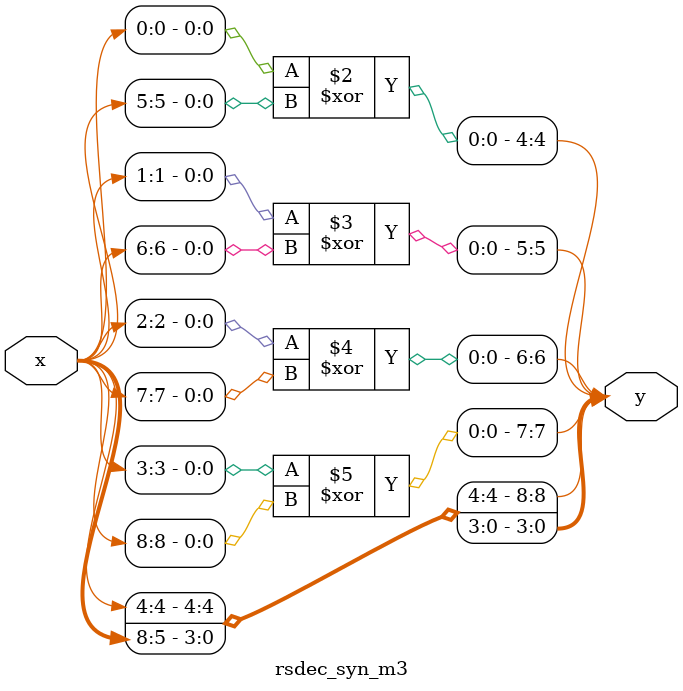
<source format=v>
module rsdec_syn_m3 (y, x);
	input [8:0] x;
	output [8:0] y;
	reg [8:0] y;
	always @ (x)
	begin
		y[0] = x[5];
		y[1] = x[6];
		y[2] = x[7];
		y[3] = x[8];
		y[4] = x[0] ^ x[5];
		y[5] = x[1] ^ x[6];
		y[6] = x[2] ^ x[7];
		y[7] = x[3] ^ x[8];
		y[8] = x[4];
	end
endmodule
</source>
